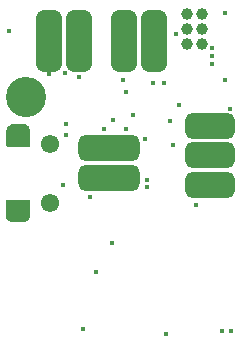
<source format=gbs>
G04*
G04 #@! TF.GenerationSoftware,Altium Limited,Altium Designer,23.8.1 (32)*
G04*
G04 Layer_Color=8242323*
%FSLAX44Y44*%
%MOMM*%
G71*
G04*
G04 #@! TF.SameCoordinates,A6862DCD-3B86-4064-B5AB-42711134FE70*
G04*
G04*
G04 #@! TF.FilePolarity,Negative*
G04*
G01*
G75*
%ADD63C,1.5500*%
%ADD64C,3.4032*%
%ADD65C,0.4000*%
%ADD74C,1.0000*%
G04:AMPARAMS|DCode=78|XSize=2.2032mm|YSize=5.2032mm|CornerRadius=0.6016mm|HoleSize=0mm|Usage=FLASHONLY|Rotation=180.000|XOffset=0mm|YOffset=0mm|HoleType=Round|Shape=RoundedRectangle|*
%AMROUNDEDRECTD78*
21,1,2.2032,4.0000,0,0,180.0*
21,1,1.0000,5.2032,0,0,180.0*
1,1,1.2032,-0.5000,2.0000*
1,1,1.2032,0.5000,2.0000*
1,1,1.2032,0.5000,-2.0000*
1,1,1.2032,-0.5000,-2.0000*
%
%ADD78ROUNDEDRECTD78*%
G04:AMPARAMS|DCode=79|XSize=2.2032mm|YSize=4.2032mm|CornerRadius=0.6016mm|HoleSize=0mm|Usage=FLASHONLY|Rotation=270.000|XOffset=0mm|YOffset=0mm|HoleType=Round|Shape=RoundedRectangle|*
%AMROUNDEDRECTD79*
21,1,2.2032,3.0000,0,0,270.0*
21,1,1.0000,4.2032,0,0,270.0*
1,1,1.2032,-1.5000,-0.5000*
1,1,1.2032,-1.5000,0.5000*
1,1,1.2032,1.5000,0.5000*
1,1,1.2032,1.5000,-0.5000*
%
%ADD79ROUNDEDRECTD79*%
G04:AMPARAMS|DCode=80|XSize=2.2032mm|YSize=5.2032mm|CornerRadius=0.6016mm|HoleSize=0mm|Usage=FLASHONLY|Rotation=270.000|XOffset=0mm|YOffset=0mm|HoleType=Round|Shape=RoundedRectangle|*
%AMROUNDEDRECTD80*
21,1,2.2032,4.0000,0,0,270.0*
21,1,1.0000,5.2032,0,0,270.0*
1,1,1.2032,-2.0000,-0.5000*
1,1,1.2032,-2.0000,0.5000*
1,1,1.2032,2.0000,0.5000*
1,1,1.2032,2.0000,-0.5000*
%
%ADD80ROUNDEDRECTD80*%
G36*
X19500Y181502D02*
X19992Y181502D01*
X19993D01*
D01*
X20090Y181493D01*
X21056Y181301D01*
X21151Y181272D01*
X21151Y181272D01*
X22061Y180895D01*
X22148Y180849D01*
X22966Y180302D01*
X22966Y180301D01*
X23043Y180239D01*
X23739Y179543D01*
X23739Y179543D01*
X23802Y179466D01*
X24349Y178648D01*
X24349Y178647D01*
X24395Y178561D01*
X24772Y177651D01*
X24772Y177651D01*
X24801Y177556D01*
X24993Y176590D01*
X24993Y176590D01*
X25002Y176493D01*
Y176000D01*
X25002Y163000D01*
X24993Y162902D01*
X24964Y162808D01*
X24918Y162721D01*
X24855Y162645D01*
X24779Y162582D01*
X24692Y162536D01*
X24598Y162507D01*
X24500Y162498D01*
X5500D01*
X5402Y162507D01*
X5308Y162536D01*
X5221Y162582D01*
X5145Y162645D01*
X5082Y162721D01*
X5036Y162808D01*
X5007Y162902D01*
X4998Y163000D01*
Y176250D01*
Y176718D01*
X5007Y176816D01*
X5190Y177733D01*
X5218Y177828D01*
X5576Y178692D01*
X5623Y178779D01*
X6143Y179557D01*
X6205Y179633D01*
X6867Y180295D01*
X6943Y180357D01*
X7721Y180877D01*
X7808Y180924D01*
X7808Y180924D01*
X8672Y181282D01*
X8766Y181310D01*
X9684Y181493D01*
X9782Y181502D01*
X19500D01*
X19500Y181502D01*
D02*
G37*
G36*
X24348Y117493D02*
X24442Y117464D01*
X24529Y117418D01*
X24605Y117355D01*
X24668Y117279D01*
X24714Y117192D01*
X24743Y117098D01*
X24752Y117000D01*
Y103750D01*
Y103282D01*
X24743Y103184D01*
X24560Y102267D01*
X24532Y102172D01*
X24174Y101308D01*
X24127Y101221D01*
X23607Y100443D01*
X23545Y100367D01*
X22883Y99705D01*
X22807Y99643D01*
X22029Y99123D01*
X21942Y99076D01*
X21942Y99076D01*
X21078Y98718D01*
X20984Y98690D01*
X20066Y98507D01*
X19968Y98498D01*
X10250D01*
X10250Y98498D01*
X9758Y98498D01*
X9758D01*
D01*
X9660Y98507D01*
X8694Y98699D01*
X8599Y98728D01*
X8599Y98728D01*
X7689Y99105D01*
X7602Y99151D01*
X6784Y99698D01*
X6784Y99698D01*
X6708Y99761D01*
X6011Y100457D01*
X6011Y100457D01*
X5949Y100534D01*
X5401Y101352D01*
X5401Y101353D01*
X5355Y101439D01*
X4978Y102349D01*
X4978Y102349D01*
X4949Y102444D01*
X4757Y103410D01*
X4757Y103410D01*
X4748Y103507D01*
Y104000D01*
X4748Y117000D01*
X4757Y117098D01*
X4786Y117192D01*
X4832Y117279D01*
X4895Y117355D01*
X4971Y117418D01*
X5058Y117464D01*
X5152Y117493D01*
X5250Y117502D01*
X24250D01*
X24348Y117493D01*
D02*
G37*
D63*
X41750Y115000D02*
D03*
Y165000D02*
D03*
D64*
X21500Y204500D02*
D03*
D65*
X66500Y221750D02*
D03*
X123750Y134500D02*
D03*
X106250Y208750D02*
D03*
X52941Y129754D02*
D03*
X7500Y260500D02*
D03*
X94500Y80750D02*
D03*
X55500Y172500D02*
D03*
Y182000D02*
D03*
X138535Y216249D02*
D03*
X190250Y218750D02*
D03*
X129000Y216500D02*
D03*
X149000Y258000D02*
D03*
X194500Y194250D02*
D03*
X179455Y232295D02*
D03*
X54250Y224500D02*
D03*
X190500Y275750D02*
D03*
X106161Y177190D02*
D03*
X112250Y189000D02*
D03*
X122750Y168750D02*
D03*
X41250Y223750D02*
D03*
X146000Y164250D02*
D03*
X123750Y127960D02*
D03*
X179250Y246000D02*
D03*
X179353Y239283D02*
D03*
X103750Y218750D02*
D03*
X87750Y177000D02*
D03*
X95500Y185250D02*
D03*
X143500Y184500D02*
D03*
X151500Y198000D02*
D03*
X165250Y112750D02*
D03*
X75750Y120250D02*
D03*
X80500Y56000D02*
D03*
X69750Y8500D02*
D03*
X140250Y3500D02*
D03*
X195250Y6000D02*
D03*
X187250D02*
D03*
D74*
X170350Y274950D02*
D03*
Y249550D02*
D03*
Y262250D02*
D03*
X157650Y274950D02*
D03*
Y249550D02*
D03*
Y262250D02*
D03*
D78*
X66500Y251750D02*
D03*
X41500D02*
D03*
X130000D02*
D03*
X105000D02*
D03*
D79*
X177750Y155250D02*
D03*
Y180250D02*
D03*
Y130250D02*
D03*
D80*
X91500Y161250D02*
D03*
Y136250D02*
D03*
M02*

</source>
